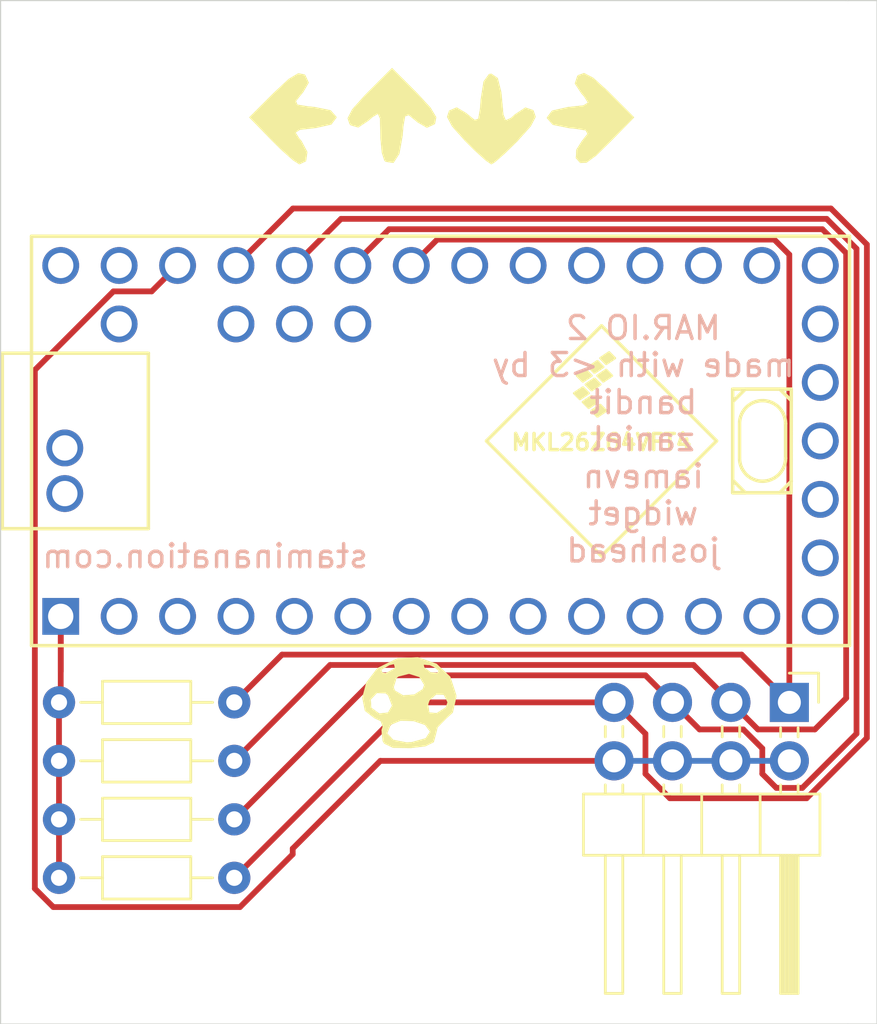
<source format=kicad_pcb>
(kicad_pcb (version 20171130) (host pcbnew "(5.1.10)-1")

  (general
    (thickness 1.6)
    (drawings 8)
    (tracks 59)
    (zones 0)
    (modules 11)
    (nets 40)
  )

  (page A4)
  (layers
    (0 F.Cu signal)
    (31 B.Cu signal)
    (32 B.Adhes user)
    (33 F.Adhes user)
    (34 B.Paste user)
    (35 F.Paste user)
    (36 B.SilkS user)
    (37 F.SilkS user)
    (38 B.Mask user)
    (39 F.Mask user)
    (40 Dwgs.User user)
    (41 Cmts.User user)
    (42 Eco1.User user)
    (43 Eco2.User user)
    (44 Edge.Cuts user)
    (45 Margin user)
    (46 B.CrtYd user)
    (47 F.CrtYd user)
    (48 B.Fab user)
    (49 F.Fab user)
  )

  (setup
    (last_trace_width 0.25)
    (trace_clearance 0.2)
    (zone_clearance 0.508)
    (zone_45_only no)
    (trace_min 0.2)
    (via_size 0.8)
    (via_drill 0.4)
    (via_min_size 0.4)
    (via_min_drill 0.3)
    (uvia_size 0.3)
    (uvia_drill 0.1)
    (uvias_allowed no)
    (uvia_min_size 0.2)
    (uvia_min_drill 0.1)
    (edge_width 0.05)
    (segment_width 0.2)
    (pcb_text_width 0.3)
    (pcb_text_size 1.5 1.5)
    (mod_edge_width 0.12)
    (mod_text_size 1 1)
    (mod_text_width 0.15)
    (pad_size 1.524 1.524)
    (pad_drill 0.762)
    (pad_to_mask_clearance 0)
    (aux_axis_origin 0 0)
    (visible_elements 7FFFFFFF)
    (pcbplotparams
      (layerselection 0x010fc_ffffffff)
      (usegerberextensions false)
      (usegerberattributes true)
      (usegerberadvancedattributes true)
      (creategerberjobfile true)
      (excludeedgelayer true)
      (linewidth 0.100000)
      (plotframeref false)
      (viasonmask false)
      (mode 1)
      (useauxorigin false)
      (hpglpennumber 1)
      (hpglpenspeed 20)
      (hpglpendiameter 15.000000)
      (psnegative false)
      (psa4output false)
      (plotreference true)
      (plotvalue true)
      (plotinvisibletext false)
      (padsonsilk false)
      (subtractmaskfromsilk false)
      (outputformat 1)
      (mirror false)
      (drillshape 0)
      (scaleselection 1)
      (outputdirectory "gerbers/"))
  )

  (net 0 "")
  (net 1 "Net-(U1-Pad17)")
  (net 2 "Net-(U1-Pad18)")
  (net 3 "Net-(U1-Pad19)")
  (net 4 "Net-(U1-Pad20)")
  (net 5 "Net-(U1-Pad16)")
  (net 6 "Net-(U1-Pad15)")
  (net 7 "Net-(U1-Pad14)")
  (net 8 "Net-(U1-Pad21)")
  (net 9 "Net-(U1-Pad22)")
  (net 10 "Net-(U1-Pad23)")
  (net 11 "Net-(U1-Pad24)")
  (net 12 "Net-(U1-Pad25)")
  (net 13 "Net-(U1-Pad26)")
  (net 14 "Net-(U1-Pad32)")
  (net 15 "Net-(U1-Pad33)")
  (net 16 "Net-(U1-Pad34)")
  (net 17 "Net-(U1-Pad35)")
  (net 18 "Net-(U1-Pad36)")
  (net 19 "Net-(U1-Pad37)")
  (net 20 "Net-(U1-Pad13)")
  (net 21 "Net-(U1-Pad12)")
  (net 22 "Net-(U1-Pad11)")
  (net 23 "Net-(U1-Pad10)")
  (net 24 "Net-(U1-Pad9)")
  (net 25 "Net-(U1-Pad8)")
  (net 26 "Net-(U1-Pad7)")
  (net 27 "Net-(U1-Pad6)")
  (net 28 "Net-(U1-Pad5)")
  (net 29 "Net-(U1-Pad4)")
  (net 30 "Net-(U1-Pad3)")
  (net 31 "Net-(U1-Pad2)")
  (net 32 "Net-(U1-Pad40)")
  (net 33 "Net-(U1-Pad39)")
  (net 34 /FSR_1)
  (net 35 /3.3v)
  (net 36 /FSR_2)
  (net 37 /FSR_3)
  (net 38 /FSR_4)
  (net 39 /GND)

  (net_class Default "This is the default net class."
    (clearance 0.2)
    (trace_width 0.25)
    (via_dia 0.8)
    (via_drill 0.4)
    (uvia_dia 0.3)
    (uvia_drill 0.1)
    (add_net /3.3v)
    (add_net /FSR_1)
    (add_net /FSR_2)
    (add_net /FSR_3)
    (add_net /FSR_4)
    (add_net /GND)
    (add_net "Net-(U1-Pad10)")
    (add_net "Net-(U1-Pad11)")
    (add_net "Net-(U1-Pad12)")
    (add_net "Net-(U1-Pad13)")
    (add_net "Net-(U1-Pad14)")
    (add_net "Net-(U1-Pad15)")
    (add_net "Net-(U1-Pad16)")
    (add_net "Net-(U1-Pad17)")
    (add_net "Net-(U1-Pad18)")
    (add_net "Net-(U1-Pad19)")
    (add_net "Net-(U1-Pad2)")
    (add_net "Net-(U1-Pad20)")
    (add_net "Net-(U1-Pad21)")
    (add_net "Net-(U1-Pad22)")
    (add_net "Net-(U1-Pad23)")
    (add_net "Net-(U1-Pad24)")
    (add_net "Net-(U1-Pad25)")
    (add_net "Net-(U1-Pad26)")
    (add_net "Net-(U1-Pad3)")
    (add_net "Net-(U1-Pad32)")
    (add_net "Net-(U1-Pad33)")
    (add_net "Net-(U1-Pad34)")
    (add_net "Net-(U1-Pad35)")
    (add_net "Net-(U1-Pad36)")
    (add_net "Net-(U1-Pad37)")
    (add_net "Net-(U1-Pad39)")
    (add_net "Net-(U1-Pad4)")
    (add_net "Net-(U1-Pad40)")
    (add_net "Net-(U1-Pad5)")
    (add_net "Net-(U1-Pad6)")
    (add_net "Net-(U1-Pad7)")
    (add_net "Net-(U1-Pad8)")
    (add_net "Net-(U1-Pad9)")
  )

  (module MountingHole:MountingHole_4.3mm_M4 (layer F.Cu) (tedit 56D1B4CB) (tstamp 60ACE121)
    (at 101.6 88.9)
    (descr "Mounting Hole 4.3mm, no annular, M4")
    (tags "mounting hole 4.3mm no annular m4")
    (attr virtual)
    (fp_text reference REF** (at 0 -5.3) (layer F.SilkS) hide
      (effects (font (size 1 1) (thickness 0.15)))
    )
    (fp_text value MountingHole_4.3mm_M4 (at 0 5.3) (layer F.Fab) hide
      (effects (font (size 1 1) (thickness 0.15)))
    )
    (fp_circle (center 0 0) (end 4.3 0) (layer Cmts.User) (width 0.15))
    (fp_circle (center 0 0) (end 4.55 0) (layer F.CrtYd) (width 0.05))
    (fp_text user %R (at 0.3 0) (layer F.Fab)
      (effects (font (size 1 1) (thickness 0.15)))
    )
    (pad 1 np_thru_hole circle (at 0 0) (size 4.3 4.3) (drill 4.3) (layers *.Cu *.Mask))
  )

  (module mario2:arrows (layer F.Cu) (tedit 0) (tstamp 60ACEB40)
    (at 102.87 55.88)
    (fp_text reference G*** (at 0 0) (layer F.SilkS) hide
      (effects (font (size 1.524 1.524) (thickness 0.3)))
    )
    (fp_text value LOGO (at 0.75 0) (layer F.SilkS) hide
      (effects (font (size 1.524 1.524) (thickness 0.3)))
    )
    (fp_poly (pts (xy -5.833943 -1.868555) (xy -5.801685 -1.839285) (xy -5.653222 -1.514246) (xy -5.896865 -1.096888)
      (xy -5.948388 -1.038777) (xy -6.208042 -0.715098) (xy -6.144933 -0.558801) (xy -5.680205 -0.483424)
      (xy -5.421686 -0.461275) (xy -4.700732 -0.314592) (xy -4.446006 -0.025) (xy -4.445 0)
      (xy -4.66912 0.29966) (xy -5.357812 0.455632) (xy -5.421686 0.461274) (xy -6.035985 0.530144)
      (xy -6.224031 0.651088) (xy -6.066679 0.906275) (xy -5.968304 1.016769) (xy -5.713082 1.497306)
      (xy -5.771144 1.895098) (xy -6.059442 2.032) (xy -6.326016 1.864171) (xy -6.81682 1.431274)
      (xy -7.24306 1.011843) (xy -8.239215 -0.008314) (xy -7.172091 -1.07544) (xy -6.525634 -1.674053)
      (xy -6.108313 -1.922412) (xy -5.833943 -1.868555)) (layer F.SilkS) (width 0.01))
    (fp_poly (pts (xy -0.960718 -1.080248) (xy -0.36048 -0.432361) (xy -0.110372 -0.014023) (xy -0.162371 0.260718)
      (xy -0.192716 0.294315) (xy -0.517622 0.442656) (xy -0.935015 0.199188) (xy -0.994171 0.146755)
      (xy -1.306881 -0.105121) (xy -1.464069 -0.054971) (xy -1.539906 0.378628) (xy -1.571672 0.780716)
      (xy -1.713479 1.573869) (xy -1.971515 1.970417) (xy -2.308475 1.919256) (xy -2.365375 1.867958)
      (xy -2.476657 1.522824) (xy -2.536634 0.881517) (xy -2.54 0.680299) (xy -2.553887 0.044986)
      (xy -2.644792 -0.161075) (xy -2.886589 -0.016622) (xy -3.054002 0.132431) (xy -3.49865 0.43077)
      (xy -3.825018 0.337569) (xy -3.871285 0.294315) (xy -3.963802 0.033489) (xy -3.7613 -0.358251)
      (xy -3.215756 -0.966854) (xy -3.103283 -1.080248) (xy -2.032 -2.151529) (xy -0.960718 -1.080248)) (layer F.SilkS) (width 0.01))
    (fp_poly (pts (xy 2.563054 -1.713332) (xy 2.718191 -1.099232) (xy 2.746328 -0.800458) (xy 2.808523 -0.127907)
      (xy 2.912199 0.11934) (xy 3.129589 0.023047) (xy 3.323829 -0.146756) (xy 3.764809 -0.435228)
      (xy 4.093608 -0.324896) (xy 4.12118 -0.29842) (xy 4.212846 -0.029159) (xy 3.998502 0.378713)
      (xy 3.431867 1.013062) (xy 3.42863 1.016378) (xy 2.860377 1.572885) (xy 2.436092 1.941784)
      (xy 2.286 2.032) (xy 2.040076 1.86483) (xy 1.56423 1.433652) (xy 1.143369 1.016378)
      (xy 0.575133 0.380875) (xy 0.359385 -0.027776) (xy 0.449844 -0.297442) (xy 0.450819 -0.29842)
      (xy 0.777462 -0.440883) (xy 1.202871 -0.187093) (xy 1.24817 -0.146756) (xy 1.558907 0.103655)
      (xy 1.716197 0.055502) (xy 1.792272 -0.372978) (xy 1.825671 -0.800458) (xy 1.946605 -1.563748)
      (xy 2.18155 -1.885639) (xy 2.286 -1.905) (xy 2.563054 -1.713332)) (layer F.SilkS) (width 0.01))
    (fp_poly (pts (xy 6.708632 -1.729378) (xy 7.317418 -1.183262) (xy 7.42609 -1.07544) (xy 8.493215 -0.008314)
      (xy 7.497059 1.011843) (xy 6.836084 1.657739) (xy 6.416024 1.962597) (xy 6.146506 1.970498)
      (xy 5.959108 1.761994) (xy 5.982671 1.391897) (xy 6.222303 1.016769) (xy 6.464457 0.707451)
      (xy 6.384594 0.556135) (xy 5.901857 0.480652) (xy 5.675685 0.461274) (xy 4.954731 0.314591)
      (xy 4.700005 0.024999) (xy 4.699 0) (xy 4.923119 -0.299661) (xy 5.611811 -0.455633)
      (xy 5.675685 -0.461275) (xy 6.29221 -0.528887) (xy 6.48076 -0.648522) (xy 6.320196 -0.906645)
      (xy 6.202387 -1.038777) (xy 5.914186 -1.476245) (xy 6.021411 -1.803264) (xy 6.055684 -1.839285)
      (xy 6.316782 -1.93204) (xy 6.708632 -1.729378)) (layer F.SilkS) (width 0.01))
  )

  (module MountingHole:MountingHole_4.3mm_M4 (layer F.Cu) (tedit 56D1B4CB) (tstamp 60ACE7A0)
    (at 115.57 55.88)
    (descr "Mounting Hole 4.3mm, no annular, M4")
    (tags "mounting hole 4.3mm no annular m4")
    (attr virtual)
    (fp_text reference REF** (at 0 -5.3) (layer F.SilkS) hide
      (effects (font (size 1 1) (thickness 0.15)))
    )
    (fp_text value MountingHole_4.3mm_M4 (at 0 5.3) (layer F.Fab) hide
      (effects (font (size 1 1) (thickness 0.15)))
    )
    (fp_circle (center 0 0) (end 4.3 0) (layer Cmts.User) (width 0.15))
    (fp_circle (center 0 0) (end 4.55 0) (layer F.CrtYd) (width 0.05))
    (fp_text user %R (at 0.3 0) (layer F.Fab)
      (effects (font (size 1 1) (thickness 0.15)))
    )
    (pad 1 np_thru_hole circle (at 0 0) (size 4.3 4.3) (drill 4.3) (layers *.Cu *.Mask))
  )

  (module MountingHole:MountingHole_4.3mm_M4 (layer F.Cu) (tedit 56D1B4CB) (tstamp 60ACE758)
    (at 90.17 55.88)
    (descr "Mounting Hole 4.3mm, no annular, M4")
    (tags "mounting hole 4.3mm no annular m4")
    (attr virtual)
    (fp_text reference REF** (at 0 -5.3) (layer F.SilkS) hide
      (effects (font (size 1 1) (thickness 0.15)))
    )
    (fp_text value MountingHole_4.3mm_M4 (at 0 5.3) (layer F.Fab) hide
      (effects (font (size 1 1) (thickness 0.15)))
    )
    (fp_circle (center 0 0) (end 4.3 0) (layer Cmts.User) (width 0.15))
    (fp_circle (center 0 0) (end 4.55 0) (layer F.CrtYd) (width 0.05))
    (fp_text user %R (at 0.3 0) (layer F.Fab)
      (effects (font (size 1 1) (thickness 0.15)))
    )
    (pad 1 np_thru_hole circle (at 0 0) (size 4.3 4.3) (drill 4.3) (layers *.Cu *.Mask))
  )

  (module mario2:mushroom (layer F.Cu) (tedit 0) (tstamp 60ACD79C)
    (at 101.6 81.28)
    (fp_text reference G*** (at 0 0) (layer F.SilkS) hide
      (effects (font (size 1.524 1.524) (thickness 0.3)))
    )
    (fp_text value LOGO (at 0.75 0) (layer F.SilkS) hide
      (effects (font (size 1.524 1.524) (thickness 0.3)))
    )
    (fp_poly (pts (xy 1.175196 -1.671988) (xy 1.770644 -1.110356) (xy 2.029505 -0.319737) (xy 2.032 -0.22738)
      (xy 1.878599 0.444606) (xy 1.5875 0.706684) (xy 1.218217 1.084265) (xy 1.143 1.397)
      (xy 1.050106 1.731315) (xy 0.686636 1.906808) (xy 0.061176 1.983218) (xy -0.71475 1.97478)
      (xy -1.104801 1.788335) (xy -1.167832 1.677881) (xy -1.203484 1.344542) (xy -0.972167 1.344542)
      (xy -0.710325 1.626079) (xy -0.131597 1.739309) (xy 0.087337 1.728815) (xy 0.702319 1.557534)
      (xy 0.889 1.27) (xy 0.674207 0.980962) (xy 0.173405 0.810973) (xy -0.398041 0.797298)
      (xy -0.821612 0.974011) (xy -0.972167 1.344542) (xy -1.203484 1.344542) (xy -1.218443 1.20469)
      (xy -1.168365 1.05704) (xy -1.251728 0.815934) (xy -1.526857 0.687656) (xy -1.940981 0.364628)
      (xy -2.037704 -0.120416) (xy -1.688473 -0.120416) (xy -1.664679 0.231868) (xy -1.316124 0.483618)
      (xy -0.9346 0.441465) (xy -0.762 0.14199) (xy -0.783225 0.086566) (xy 0.805911 0.086566)
      (xy 0.858344 0.44065) (xy 1.183433 0.464088) (xy 1.574595 0.217414) (xy 1.651 -0.003479)
      (xy 1.492447 -0.326995) (xy 1.158907 -0.345518) (xy 0.863559 -0.081762) (xy 0.805911 0.086566)
      (xy -0.783225 0.086566) (xy -0.931232 -0.299908) (xy -1.038132 -0.394679) (xy -1.418532 -0.406145)
      (xy -1.688473 -0.120416) (xy -2.037704 -0.120416) (xy -2.054293 -0.203604) (xy -1.932456 -0.6595)
      (xy -0.691065 -0.6595) (xy -0.639702 -0.515607) (xy -0.28059 -0.30591) (xy 0.204721 -0.3401)
      (xy 0.571872 -0.571612) (xy 0.635 -0.758522) (xy 0.430638 -1.10128) (xy -0.023204 -1.243629)
      (xy -0.487664 -1.125102) (xy -0.563649 -1.061952) (xy -0.691065 -0.6595) (xy -1.932456 -0.6595)
      (xy -1.878423 -0.861683) (xy -1.4543 -1.415949) (xy -1.23333 -1.415949) (xy -1.173438 -1.283412)
      (xy -1.030991 -1.27) (xy -0.686562 -1.454476) (xy -0.636799 -1.521091) (xy -0.670102 -1.638668)
      (xy 0.613609 -1.638668) (xy 0.636798 -1.521091) (xy 0.908467 -1.310534) (xy 1.199602 -1.275199)
      (xy 1.27 -1.369825) (xy 1.070761 -1.532955) (xy 0.875807 -1.620916) (xy 0.613609 -1.638668)
      (xy -0.670102 -1.638668) (xy -0.677682 -1.665428) (xy -0.875808 -1.620916) (xy -1.23333 -1.415949)
      (xy -1.4543 -1.415949) (xy -1.424991 -1.454251) (xy -1.362746 -1.505565) (xy -0.51829 -1.917332)
      (xy 0.369955 -1.956893) (xy 1.175196 -1.671988)) (layer F.SilkS) (width 0.01))
  )

  (module "pin headers:PinHeader_2x04_P2.54mm_Horizontal" (layer F.Cu) (tedit 59FED5CB) (tstamp 60ACCB82)
    (at 118.11 81.28 270)
    (descr "Through hole angled pin header, 2x04, 2.54mm pitch, 6mm pin length, double rows")
    (tags "Through hole angled pin header THT 2x04 2.54mm double row")
    (path /60A18024)
    (fp_text reference J2 (at 5.655 -2.27 90) (layer F.SilkS) hide
      (effects (font (size 1 1) (thickness 0.15)))
    )
    (fp_text value FSRs (at 1.27 10.16 90) (layer F.SilkS) hide
      (effects (font (size 1 1) (thickness 0.15)))
    )
    (fp_line (start 13.1 -1.8) (end -1.8 -1.8) (layer F.CrtYd) (width 0.05))
    (fp_line (start 13.1 9.4) (end 13.1 -1.8) (layer F.CrtYd) (width 0.05))
    (fp_line (start -1.8 9.4) (end 13.1 9.4) (layer F.CrtYd) (width 0.05))
    (fp_line (start -1.8 -1.8) (end -1.8 9.4) (layer F.CrtYd) (width 0.05))
    (fp_line (start -1.27 -1.27) (end 0 -1.27) (layer F.SilkS) (width 0.12))
    (fp_line (start -1.27 0) (end -1.27 -1.27) (layer F.SilkS) (width 0.12))
    (fp_line (start 1.042929 8) (end 1.497071 8) (layer F.SilkS) (width 0.12))
    (fp_line (start 1.042929 7.24) (end 1.497071 7.24) (layer F.SilkS) (width 0.12))
    (fp_line (start 3.582929 8) (end 3.98 8) (layer F.SilkS) (width 0.12))
    (fp_line (start 3.582929 7.24) (end 3.98 7.24) (layer F.SilkS) (width 0.12))
    (fp_line (start 12.64 8) (end 6.64 8) (layer F.SilkS) (width 0.12))
    (fp_line (start 12.64 7.24) (end 12.64 8) (layer F.SilkS) (width 0.12))
    (fp_line (start 6.64 7.24) (end 12.64 7.24) (layer F.SilkS) (width 0.12))
    (fp_line (start 3.98 6.35) (end 6.64 6.35) (layer F.SilkS) (width 0.12))
    (fp_line (start 1.042929 5.46) (end 1.497071 5.46) (layer F.SilkS) (width 0.12))
    (fp_line (start 1.042929 4.7) (end 1.497071 4.7) (layer F.SilkS) (width 0.12))
    (fp_line (start 3.582929 5.46) (end 3.98 5.46) (layer F.SilkS) (width 0.12))
    (fp_line (start 3.582929 4.7) (end 3.98 4.7) (layer F.SilkS) (width 0.12))
    (fp_line (start 12.64 5.46) (end 6.64 5.46) (layer F.SilkS) (width 0.12))
    (fp_line (start 12.64 4.7) (end 12.64 5.46) (layer F.SilkS) (width 0.12))
    (fp_line (start 6.64 4.7) (end 12.64 4.7) (layer F.SilkS) (width 0.12))
    (fp_line (start 3.98 3.81) (end 6.64 3.81) (layer F.SilkS) (width 0.12))
    (fp_line (start 1.042929 2.92) (end 1.497071 2.92) (layer F.SilkS) (width 0.12))
    (fp_line (start 1.042929 2.16) (end 1.497071 2.16) (layer F.SilkS) (width 0.12))
    (fp_line (start 3.582929 2.92) (end 3.98 2.92) (layer F.SilkS) (width 0.12))
    (fp_line (start 3.582929 2.16) (end 3.98 2.16) (layer F.SilkS) (width 0.12))
    (fp_line (start 12.64 2.92) (end 6.64 2.92) (layer F.SilkS) (width 0.12))
    (fp_line (start 12.64 2.16) (end 12.64 2.92) (layer F.SilkS) (width 0.12))
    (fp_line (start 6.64 2.16) (end 12.64 2.16) (layer F.SilkS) (width 0.12))
    (fp_line (start 3.98 1.27) (end 6.64 1.27) (layer F.SilkS) (width 0.12))
    (fp_line (start 1.11 0.38) (end 1.497071 0.38) (layer F.SilkS) (width 0.12))
    (fp_line (start 1.11 -0.38) (end 1.497071 -0.38) (layer F.SilkS) (width 0.12))
    (fp_line (start 3.582929 0.38) (end 3.98 0.38) (layer F.SilkS) (width 0.12))
    (fp_line (start 3.582929 -0.38) (end 3.98 -0.38) (layer F.SilkS) (width 0.12))
    (fp_line (start 6.64 0.28) (end 12.64 0.28) (layer F.SilkS) (width 0.12))
    (fp_line (start 6.64 0.16) (end 12.64 0.16) (layer F.SilkS) (width 0.12))
    (fp_line (start 6.64 0.04) (end 12.64 0.04) (layer F.SilkS) (width 0.12))
    (fp_line (start 6.64 -0.08) (end 12.64 -0.08) (layer F.SilkS) (width 0.12))
    (fp_line (start 6.64 -0.2) (end 12.64 -0.2) (layer F.SilkS) (width 0.12))
    (fp_line (start 6.64 -0.32) (end 12.64 -0.32) (layer F.SilkS) (width 0.12))
    (fp_line (start 12.64 0.38) (end 6.64 0.38) (layer F.SilkS) (width 0.12))
    (fp_line (start 12.64 -0.38) (end 12.64 0.38) (layer F.SilkS) (width 0.12))
    (fp_line (start 6.64 -0.38) (end 12.64 -0.38) (layer F.SilkS) (width 0.12))
    (fp_line (start 6.64 -1.33) (end 3.98 -1.33) (layer F.SilkS) (width 0.12))
    (fp_line (start 6.64 8.95) (end 6.64 -1.33) (layer F.SilkS) (width 0.12))
    (fp_line (start 3.98 8.95) (end 6.64 8.95) (layer F.SilkS) (width 0.12))
    (fp_line (start 3.98 -1.33) (end 3.98 8.95) (layer F.SilkS) (width 0.12))
    (fp_line (start 6.58 7.94) (end 12.58 7.94) (layer F.Fab) (width 0.1))
    (fp_line (start 12.58 7.3) (end 12.58 7.94) (layer F.Fab) (width 0.1))
    (fp_line (start 6.58 7.3) (end 12.58 7.3) (layer F.Fab) (width 0.1))
    (fp_line (start -0.32 7.94) (end 4.04 7.94) (layer F.Fab) (width 0.1))
    (fp_line (start -0.32 7.3) (end -0.32 7.94) (layer F.Fab) (width 0.1))
    (fp_line (start -0.32 7.3) (end 4.04 7.3) (layer F.Fab) (width 0.1))
    (fp_line (start 6.58 5.4) (end 12.58 5.4) (layer F.Fab) (width 0.1))
    (fp_line (start 12.58 4.76) (end 12.58 5.4) (layer F.Fab) (width 0.1))
    (fp_line (start 6.58 4.76) (end 12.58 4.76) (layer F.Fab) (width 0.1))
    (fp_line (start -0.32 5.4) (end 4.04 5.4) (layer F.Fab) (width 0.1))
    (fp_line (start -0.32 4.76) (end -0.32 5.4) (layer F.Fab) (width 0.1))
    (fp_line (start -0.32 4.76) (end 4.04 4.76) (layer F.Fab) (width 0.1))
    (fp_line (start 6.58 2.86) (end 12.58 2.86) (layer F.Fab) (width 0.1))
    (fp_line (start 12.58 2.22) (end 12.58 2.86) (layer F.Fab) (width 0.1))
    (fp_line (start 6.58 2.22) (end 12.58 2.22) (layer F.Fab) (width 0.1))
    (fp_line (start -0.32 2.86) (end 4.04 2.86) (layer F.Fab) (width 0.1))
    (fp_line (start -0.32 2.22) (end -0.32 2.86) (layer F.Fab) (width 0.1))
    (fp_line (start -0.32 2.22) (end 4.04 2.22) (layer F.Fab) (width 0.1))
    (fp_line (start 6.58 0.32) (end 12.58 0.32) (layer F.Fab) (width 0.1))
    (fp_line (start 12.58 -0.32) (end 12.58 0.32) (layer F.Fab) (width 0.1))
    (fp_line (start 6.58 -0.32) (end 12.58 -0.32) (layer F.Fab) (width 0.1))
    (fp_line (start -0.32 0.32) (end 4.04 0.32) (layer F.Fab) (width 0.1))
    (fp_line (start -0.32 -0.32) (end -0.32 0.32) (layer F.Fab) (width 0.1))
    (fp_line (start -0.32 -0.32) (end 4.04 -0.32) (layer F.Fab) (width 0.1))
    (fp_line (start 4.04 -0.635) (end 4.675 -1.27) (layer F.Fab) (width 0.1))
    (fp_line (start 4.04 8.89) (end 4.04 -0.635) (layer F.Fab) (width 0.1))
    (fp_line (start 6.58 8.89) (end 4.04 8.89) (layer F.Fab) (width 0.1))
    (fp_line (start 6.58 -1.27) (end 6.58 8.89) (layer F.Fab) (width 0.1))
    (fp_line (start 4.675 -1.27) (end 6.58 -1.27) (layer F.Fab) (width 0.1))
    (fp_text user %R (at 5.31 3.81) (layer F.Fab)
      (effects (font (size 1 1) (thickness 0.15)))
    )
    (pad 1 thru_hole rect (at 0 0 270) (size 1.7 1.7) (drill 1) (layers *.Cu *.Mask)
      (net 38 /FSR_4))
    (pad 2 thru_hole oval (at 2.54 0 270) (size 1.7 1.7) (drill 1) (layers *.Cu *.Mask)
      (net 35 /3.3v))
    (pad 3 thru_hole oval (at 0 2.54 270) (size 1.7 1.7) (drill 1) (layers *.Cu *.Mask)
      (net 37 /FSR_3))
    (pad 4 thru_hole oval (at 2.54 2.54 270) (size 1.7 1.7) (drill 1) (layers *.Cu *.Mask)
      (net 35 /3.3v))
    (pad 5 thru_hole oval (at 0 5.08 270) (size 1.7 1.7) (drill 1) (layers *.Cu *.Mask)
      (net 36 /FSR_2))
    (pad 6 thru_hole oval (at 2.54 5.08 270) (size 1.7 1.7) (drill 1) (layers *.Cu *.Mask)
      (net 35 /3.3v))
    (pad 7 thru_hole oval (at 0 7.62 270) (size 1.7 1.7) (drill 1) (layers *.Cu *.Mask)
      (net 34 /FSR_1))
    (pad 8 thru_hole oval (at 2.54 7.62 270) (size 1.7 1.7) (drill 1) (layers *.Cu *.Mask)
      (net 35 /3.3v))
    (model ${KISYS3DMOD}/Connector_PinHeader_2.54mm.3dshapes/PinHeader_2x04_P2.54mm_Horizontal.wrl
      (at (xyz 0 0 0))
      (scale (xyz 1 1 1))
      (rotate (xyz 0 0 0))
    )
  )

  (module Resistor_THT:R_Axial_DIN0204_L3.6mm_D1.6mm_P7.62mm_Horizontal (layer F.Cu) (tedit 5AE5139B) (tstamp 60ACCB99)
    (at 93.98 81.28 180)
    (descr "Resistor, Axial_DIN0204 series, Axial, Horizontal, pin pitch=7.62mm, 0.167W, length*diameter=3.6*1.6mm^2, http://cdn-reichelt.de/documents/datenblatt/B400/1_4W%23YAG.pdf")
    (tags "Resistor Axial_DIN0204 series Axial Horizontal pin pitch 7.62mm 0.167W length 3.6mm diameter 1.6mm")
    (path /60ACA61E)
    (fp_text reference R1 (at 3.81 -1.92) (layer F.SilkS) hide
      (effects (font (size 1 1) (thickness 0.15)))
    )
    (fp_text value R (at 3.81 1.92) (layer F.Fab) hide
      (effects (font (size 1 1) (thickness 0.15)))
    )
    (fp_line (start 8.57 -1.05) (end -0.95 -1.05) (layer F.CrtYd) (width 0.05))
    (fp_line (start 8.57 1.05) (end 8.57 -1.05) (layer F.CrtYd) (width 0.05))
    (fp_line (start -0.95 1.05) (end 8.57 1.05) (layer F.CrtYd) (width 0.05))
    (fp_line (start -0.95 -1.05) (end -0.95 1.05) (layer F.CrtYd) (width 0.05))
    (fp_line (start 6.68 0) (end 5.73 0) (layer F.SilkS) (width 0.12))
    (fp_line (start 0.94 0) (end 1.89 0) (layer F.SilkS) (width 0.12))
    (fp_line (start 5.73 -0.92) (end 1.89 -0.92) (layer F.SilkS) (width 0.12))
    (fp_line (start 5.73 0.92) (end 5.73 -0.92) (layer F.SilkS) (width 0.12))
    (fp_line (start 1.89 0.92) (end 5.73 0.92) (layer F.SilkS) (width 0.12))
    (fp_line (start 1.89 -0.92) (end 1.89 0.92) (layer F.SilkS) (width 0.12))
    (fp_line (start 7.62 0) (end 5.61 0) (layer F.Fab) (width 0.1))
    (fp_line (start 0 0) (end 2.01 0) (layer F.Fab) (width 0.1))
    (fp_line (start 5.61 -0.8) (end 2.01 -0.8) (layer F.Fab) (width 0.1))
    (fp_line (start 5.61 0.8) (end 5.61 -0.8) (layer F.Fab) (width 0.1))
    (fp_line (start 2.01 0.8) (end 5.61 0.8) (layer F.Fab) (width 0.1))
    (fp_line (start 2.01 -0.8) (end 2.01 0.8) (layer F.Fab) (width 0.1))
    (fp_text user %R (at 3.81 0) (layer F.Fab)
      (effects (font (size 0.72 0.72) (thickness 0.108)))
    )
    (pad 1 thru_hole circle (at 0 0 180) (size 1.4 1.4) (drill 0.7) (layers *.Cu *.Mask)
      (net 38 /FSR_4))
    (pad 2 thru_hole oval (at 7.62 0 180) (size 1.4 1.4) (drill 0.7) (layers *.Cu *.Mask)
      (net 39 /GND))
    (model ${KISYS3DMOD}/Resistor_THT.3dshapes/R_Axial_DIN0204_L3.6mm_D1.6mm_P7.62mm_Horizontal.wrl
      (at (xyz 0 0 0))
      (scale (xyz 1 1 1))
      (rotate (xyz 0 0 0))
    )
  )

  (module Resistor_THT:R_Axial_DIN0204_L3.6mm_D1.6mm_P7.62mm_Horizontal (layer F.Cu) (tedit 5AE5139B) (tstamp 60ACCBB0)
    (at 93.98 83.82 180)
    (descr "Resistor, Axial_DIN0204 series, Axial, Horizontal, pin pitch=7.62mm, 0.167W, length*diameter=3.6*1.6mm^2, http://cdn-reichelt.de/documents/datenblatt/B400/1_4W%23YAG.pdf")
    (tags "Resistor Axial_DIN0204 series Axial Horizontal pin pitch 7.62mm 0.167W length 3.6mm diameter 1.6mm")
    (path /60ACBB8A)
    (fp_text reference R2 (at 3.81 -1.92) (layer F.SilkS) hide
      (effects (font (size 1 1) (thickness 0.15)))
    )
    (fp_text value R (at 3.81 1.92) (layer F.Fab) hide
      (effects (font (size 1 1) (thickness 0.15)))
    )
    (fp_line (start 2.01 -0.8) (end 2.01 0.8) (layer F.Fab) (width 0.1))
    (fp_line (start 2.01 0.8) (end 5.61 0.8) (layer F.Fab) (width 0.1))
    (fp_line (start 5.61 0.8) (end 5.61 -0.8) (layer F.Fab) (width 0.1))
    (fp_line (start 5.61 -0.8) (end 2.01 -0.8) (layer F.Fab) (width 0.1))
    (fp_line (start 0 0) (end 2.01 0) (layer F.Fab) (width 0.1))
    (fp_line (start 7.62 0) (end 5.61 0) (layer F.Fab) (width 0.1))
    (fp_line (start 1.89 -0.92) (end 1.89 0.92) (layer F.SilkS) (width 0.12))
    (fp_line (start 1.89 0.92) (end 5.73 0.92) (layer F.SilkS) (width 0.12))
    (fp_line (start 5.73 0.92) (end 5.73 -0.92) (layer F.SilkS) (width 0.12))
    (fp_line (start 5.73 -0.92) (end 1.89 -0.92) (layer F.SilkS) (width 0.12))
    (fp_line (start 0.94 0) (end 1.89 0) (layer F.SilkS) (width 0.12))
    (fp_line (start 6.68 0) (end 5.73 0) (layer F.SilkS) (width 0.12))
    (fp_line (start -0.95 -1.05) (end -0.95 1.05) (layer F.CrtYd) (width 0.05))
    (fp_line (start -0.95 1.05) (end 8.57 1.05) (layer F.CrtYd) (width 0.05))
    (fp_line (start 8.57 1.05) (end 8.57 -1.05) (layer F.CrtYd) (width 0.05))
    (fp_line (start 8.57 -1.05) (end -0.95 -1.05) (layer F.CrtYd) (width 0.05))
    (fp_text user %R (at 3.81 0) (layer F.Fab)
      (effects (font (size 0.72 0.72) (thickness 0.108)))
    )
    (pad 2 thru_hole oval (at 7.62 0 180) (size 1.4 1.4) (drill 0.7) (layers *.Cu *.Mask)
      (net 39 /GND))
    (pad 1 thru_hole circle (at 0 0 180) (size 1.4 1.4) (drill 0.7) (layers *.Cu *.Mask)
      (net 37 /FSR_3))
    (model ${KISYS3DMOD}/Resistor_THT.3dshapes/R_Axial_DIN0204_L3.6mm_D1.6mm_P7.62mm_Horizontal.wrl
      (at (xyz 0 0 0))
      (scale (xyz 1 1 1))
      (rotate (xyz 0 0 0))
    )
  )

  (module Resistor_THT:R_Axial_DIN0204_L3.6mm_D1.6mm_P7.62mm_Horizontal (layer F.Cu) (tedit 5AE5139B) (tstamp 60ACCBC7)
    (at 93.98 86.36 180)
    (descr "Resistor, Axial_DIN0204 series, Axial, Horizontal, pin pitch=7.62mm, 0.167W, length*diameter=3.6*1.6mm^2, http://cdn-reichelt.de/documents/datenblatt/B400/1_4W%23YAG.pdf")
    (tags "Resistor Axial_DIN0204 series Axial Horizontal pin pitch 7.62mm 0.167W length 3.6mm diameter 1.6mm")
    (path /60ACC576)
    (fp_text reference R3 (at 3.81 -1.92) (layer F.SilkS) hide
      (effects (font (size 1 1) (thickness 0.15)))
    )
    (fp_text value R (at 3.81 1.92) (layer F.Fab) hide
      (effects (font (size 1 1) (thickness 0.15)))
    )
    (fp_line (start 8.57 -1.05) (end -0.95 -1.05) (layer F.CrtYd) (width 0.05))
    (fp_line (start 8.57 1.05) (end 8.57 -1.05) (layer F.CrtYd) (width 0.05))
    (fp_line (start -0.95 1.05) (end 8.57 1.05) (layer F.CrtYd) (width 0.05))
    (fp_line (start -0.95 -1.05) (end -0.95 1.05) (layer F.CrtYd) (width 0.05))
    (fp_line (start 6.68 0) (end 5.73 0) (layer F.SilkS) (width 0.12))
    (fp_line (start 0.94 0) (end 1.89 0) (layer F.SilkS) (width 0.12))
    (fp_line (start 5.73 -0.92) (end 1.89 -0.92) (layer F.SilkS) (width 0.12))
    (fp_line (start 5.73 0.92) (end 5.73 -0.92) (layer F.SilkS) (width 0.12))
    (fp_line (start 1.89 0.92) (end 5.73 0.92) (layer F.SilkS) (width 0.12))
    (fp_line (start 1.89 -0.92) (end 1.89 0.92) (layer F.SilkS) (width 0.12))
    (fp_line (start 7.62 0) (end 5.61 0) (layer F.Fab) (width 0.1))
    (fp_line (start 0 0) (end 2.01 0) (layer F.Fab) (width 0.1))
    (fp_line (start 5.61 -0.8) (end 2.01 -0.8) (layer F.Fab) (width 0.1))
    (fp_line (start 5.61 0.8) (end 5.61 -0.8) (layer F.Fab) (width 0.1))
    (fp_line (start 2.01 0.8) (end 5.61 0.8) (layer F.Fab) (width 0.1))
    (fp_line (start 2.01 -0.8) (end 2.01 0.8) (layer F.Fab) (width 0.1))
    (fp_text user %R (at 3.81 0) (layer F.Fab)
      (effects (font (size 0.72 0.72) (thickness 0.108)))
    )
    (pad 1 thru_hole circle (at 0 0 180) (size 1.4 1.4) (drill 0.7) (layers *.Cu *.Mask)
      (net 36 /FSR_2))
    (pad 2 thru_hole oval (at 7.62 0 180) (size 1.4 1.4) (drill 0.7) (layers *.Cu *.Mask)
      (net 39 /GND))
    (model ${KISYS3DMOD}/Resistor_THT.3dshapes/R_Axial_DIN0204_L3.6mm_D1.6mm_P7.62mm_Horizontal.wrl
      (at (xyz 0 0 0))
      (scale (xyz 1 1 1))
      (rotate (xyz 0 0 0))
    )
  )

  (module Resistor_THT:R_Axial_DIN0204_L3.6mm_D1.6mm_P7.62mm_Horizontal (layer F.Cu) (tedit 5AE5139B) (tstamp 60ACCBDE)
    (at 93.98 88.9 180)
    (descr "Resistor, Axial_DIN0204 series, Axial, Horizontal, pin pitch=7.62mm, 0.167W, length*diameter=3.6*1.6mm^2, http://cdn-reichelt.de/documents/datenblatt/B400/1_4W%23YAG.pdf")
    (tags "Resistor Axial_DIN0204 series Axial Horizontal pin pitch 7.62mm 0.167W length 3.6mm diameter 1.6mm")
    (path /60ACCC33)
    (fp_text reference R4 (at 3.81 -1.92) (layer F.SilkS) hide
      (effects (font (size 1 1) (thickness 0.15)))
    )
    (fp_text value R (at 3.81 1.92) (layer F.Fab) hide
      (effects (font (size 1 1) (thickness 0.15)))
    )
    (fp_line (start 2.01 -0.8) (end 2.01 0.8) (layer F.Fab) (width 0.1))
    (fp_line (start 2.01 0.8) (end 5.61 0.8) (layer F.Fab) (width 0.1))
    (fp_line (start 5.61 0.8) (end 5.61 -0.8) (layer F.Fab) (width 0.1))
    (fp_line (start 5.61 -0.8) (end 2.01 -0.8) (layer F.Fab) (width 0.1))
    (fp_line (start 0 0) (end 2.01 0) (layer F.Fab) (width 0.1))
    (fp_line (start 7.62 0) (end 5.61 0) (layer F.Fab) (width 0.1))
    (fp_line (start 1.89 -0.92) (end 1.89 0.92) (layer F.SilkS) (width 0.12))
    (fp_line (start 1.89 0.92) (end 5.73 0.92) (layer F.SilkS) (width 0.12))
    (fp_line (start 5.73 0.92) (end 5.73 -0.92) (layer F.SilkS) (width 0.12))
    (fp_line (start 5.73 -0.92) (end 1.89 -0.92) (layer F.SilkS) (width 0.12))
    (fp_line (start 0.94 0) (end 1.89 0) (layer F.SilkS) (width 0.12))
    (fp_line (start 6.68 0) (end 5.73 0) (layer F.SilkS) (width 0.12))
    (fp_line (start -0.95 -1.05) (end -0.95 1.05) (layer F.CrtYd) (width 0.05))
    (fp_line (start -0.95 1.05) (end 8.57 1.05) (layer F.CrtYd) (width 0.05))
    (fp_line (start 8.57 1.05) (end 8.57 -1.05) (layer F.CrtYd) (width 0.05))
    (fp_line (start 8.57 -1.05) (end -0.95 -1.05) (layer F.CrtYd) (width 0.05))
    (fp_text user %R (at 3.81 0) (layer F.Fab)
      (effects (font (size 0.72 0.72) (thickness 0.108)))
    )
    (pad 2 thru_hole oval (at 7.62 0 180) (size 1.4 1.4) (drill 0.7) (layers *.Cu *.Mask)
      (net 39 /GND))
    (pad 1 thru_hole circle (at 0 0 180) (size 1.4 1.4) (drill 0.7) (layers *.Cu *.Mask)
      (net 34 /FSR_1))
    (model ${KISYS3DMOD}/Resistor_THT.3dshapes/R_Axial_DIN0204_L3.6mm_D1.6mm_P7.62mm_Horizontal.wrl
      (at (xyz 0 0 0))
      (scale (xyz 1 1 1))
      (rotate (xyz 0 0 0))
    )
  )

  (module teensy:Teensy_LC (layer F.Cu) (tedit 606F6283) (tstamp 60ACCC2E)
    (at 102.945001 69.925001)
    (path /60A12EBB)
    (fp_text reference U1 (at 0 -10.16) (layer F.SilkS) hide
      (effects (font (size 1 1) (thickness 0.15)))
    )
    (fp_text value Teensy-LC (at 0 10.16) (layer F.Fab) hide
      (effects (font (size 1 1) (thickness 0.15)))
    )
    (fp_line (start 13.25 2.25) (end 12.75 1.75) (layer F.SilkS) (width 0.15))
    (fp_line (start 12.7 2.25) (end 13.25 2.25) (layer F.SilkS) (width 0.15))
    (fp_line (start 15.25 1.75) (end 14.75 2.25) (layer F.SilkS) (width 0.15))
    (fp_line (start 12.75 -1.75) (end 13.25 -2.25) (layer F.SilkS) (width 0.15))
    (fp_line (start 14.75 -2.25) (end 13.25 -2.25) (layer F.SilkS) (width 0.15))
    (fp_line (start 15.25 -1.75) (end 14.75 -2.25) (layer F.SilkS) (width 0.15))
    (fp_line (start 15 0.75) (end 15 -0.75) (layer F.SilkS) (width 0.15))
    (fp_line (start 13 -0.75) (end 13 0.75) (layer F.SilkS) (width 0.15))
    (fp_line (start 7 5) (end 12 0) (layer F.SilkS) (width 0.15))
    (fp_line (start 2 0) (end 7 5) (layer F.SilkS) (width 0.15))
    (fp_line (start 7 -5) (end 2 0) (layer F.SilkS) (width 0.15))
    (fp_line (start 12 0) (end 7 -5) (layer F.SilkS) (width 0.15))
    (fp_line (start -17.78 3.81) (end -19.05 3.81) (layer F.SilkS) (width 0.15))
    (fp_line (start -19.05 3.81) (end -19.05 -3.81) (layer F.SilkS) (width 0.15))
    (fp_line (start -19.05 -3.81) (end -17.78 -3.81) (layer F.SilkS) (width 0.15))
    (fp_line (start -12.7 3.81) (end -12.7 -3.81) (layer F.SilkS) (width 0.15))
    (fp_line (start -12.7 -3.81) (end -17.78 -3.81) (layer F.SilkS) (width 0.15))
    (fp_line (start -12.7 3.81) (end -17.78 3.81) (layer F.SilkS) (width 0.15))
    (fp_line (start 15.25 -2.25) (end 15.24 2.25) (layer F.SilkS) (width 0.15))
    (fp_line (start 15.24 2.25) (end 12.7 2.25) (layer F.SilkS) (width 0.15))
    (fp_line (start 12.7 2.25) (end 12.7 -2.25) (layer F.SilkS) (width 0.15))
    (fp_line (start 12.7 -2.25) (end 15.24 -2.25) (layer F.SilkS) (width 0.15))
    (fp_line (start -17.78 -8.89) (end 17.78 -8.89) (layer F.SilkS) (width 0.15))
    (fp_line (start 17.78 -8.89) (end 17.78 8.89) (layer F.SilkS) (width 0.15))
    (fp_line (start 17.78 8.89) (end -17.78 8.89) (layer F.SilkS) (width 0.15))
    (fp_line (start -17.78 8.89) (end -17.78 -8.89) (layer F.SilkS) (width 0.15))
    (fp_poly (pts (xy 6.187 -2.579) (xy 5.933 -2.833) (xy 6.314 -3.087) (xy 6.568 -2.833)) (layer F.SilkS) (width 0.1))
    (fp_poly (pts (xy 6.568 -2.198) (xy 6.314 -2.452) (xy 6.695 -2.706) (xy 6.949 -2.452)) (layer F.SilkS) (width 0.1))
    (fp_poly (pts (xy 7.203 -3.341) (xy 6.949 -3.595) (xy 7.33 -3.849) (xy 7.584 -3.595)) (layer F.SilkS) (width 0.1))
    (fp_poly (pts (xy 6.441 -1.436) (xy 6.187 -1.69) (xy 6.568 -1.944) (xy 6.822 -1.69)) (layer F.SilkS) (width 0.1))
    (fp_poly (pts (xy 6.695 -2.96) (xy 6.441 -3.214) (xy 6.822 -3.468) (xy 7.076 -3.214)) (layer F.SilkS) (width 0.1))
    (fp_poly (pts (xy 6.822 -1.055) (xy 6.568 -1.309) (xy 6.949 -1.563) (xy 7.203 -1.309)) (layer F.SilkS) (width 0.1))
    (fp_poly (pts (xy 6.06 -1.817) (xy 5.806 -2.071) (xy 6.187 -2.325) (xy 6.441 -2.071)) (layer F.SilkS) (width 0.1))
    (fp_poly (pts (xy 7.076 -2.579) (xy 6.822 -2.833) (xy 7.203 -3.087) (xy 7.457 -2.833)) (layer F.SilkS) (width 0.1))
    (fp_text user MKL26Z64VFT4 (at 7 0.06) (layer F.SilkS)
      (effects (font (size 0.7 0.7) (thickness 0.15)))
    )
    (fp_arc (start 14 -0.75) (end 15 -0.75) (angle -180) (layer F.SilkS) (width 0.15))
    (fp_arc (start 14 0.75) (end 13 0.75) (angle -180) (layer F.SilkS) (width 0.15))
    (pad 17 thru_hole circle (at 16.51 0) (size 1.6 1.6) (drill 1.1) (layers *.Cu *.Mask)
      (net 1 "Net-(U1-Pad17)"))
    (pad 18 thru_hole circle (at 16.51 -2.54) (size 1.6 1.6) (drill 1.1) (layers *.Cu *.Mask)
      (net 2 "Net-(U1-Pad18)"))
    (pad 19 thru_hole circle (at 16.51 -5.08) (size 1.6 1.6) (drill 1.1) (layers *.Cu *.Mask)
      (net 3 "Net-(U1-Pad19)"))
    (pad 20 thru_hole circle (at 16.51 -7.62) (size 1.6 1.6) (drill 1.1) (layers *.Cu *.Mask)
      (net 4 "Net-(U1-Pad20)"))
    (pad 16 thru_hole circle (at 16.51 2.54) (size 1.6 1.6) (drill 1.1) (layers *.Cu *.Mask)
      (net 5 "Net-(U1-Pad16)"))
    (pad 15 thru_hole circle (at 16.51 5.08) (size 1.6 1.6) (drill 1.1) (layers *.Cu *.Mask)
      (net 6 "Net-(U1-Pad15)"))
    (pad 14 thru_hole circle (at 16.51 7.62) (size 1.6 1.6) (drill 1.1) (layers *.Cu *.Mask)
      (net 7 "Net-(U1-Pad14)"))
    (pad 21 thru_hole circle (at 13.97 -7.62) (size 1.6 1.6) (drill 1.1) (layers *.Cu *.Mask)
      (net 8 "Net-(U1-Pad21)"))
    (pad 22 thru_hole circle (at 11.43 -7.62) (size 1.6 1.6) (drill 1.1) (layers *.Cu *.Mask)
      (net 9 "Net-(U1-Pad22)"))
    (pad 23 thru_hole circle (at 8.89 -7.62) (size 1.6 1.6) (drill 1.1) (layers *.Cu *.Mask)
      (net 10 "Net-(U1-Pad23)"))
    (pad 24 thru_hole circle (at 6.35 -7.62) (size 1.6 1.6) (drill 1.1) (layers *.Cu *.Mask)
      (net 11 "Net-(U1-Pad24)"))
    (pad 25 thru_hole circle (at 3.81 -7.62) (size 1.6 1.6) (drill 1.1) (layers *.Cu *.Mask)
      (net 12 "Net-(U1-Pad25)"))
    (pad 26 thru_hole circle (at 1.27 -7.62) (size 1.6 1.6) (drill 1.1) (layers *.Cu *.Mask)
      (net 13 "Net-(U1-Pad26)"))
    (pad 27 thru_hole circle (at -1.27 -7.62) (size 1.6 1.6) (drill 1.1) (layers *.Cu *.Mask)
      (net 38 /FSR_4))
    (pad 28 thru_hole circle (at -3.81 -7.62) (size 1.6 1.6) (drill 1.1) (layers *.Cu *.Mask)
      (net 37 /FSR_3))
    (pad 29 thru_hole circle (at -6.35 -7.62) (size 1.6 1.6) (drill 1.1) (layers *.Cu *.Mask)
      (net 36 /FSR_2))
    (pad 30 thru_hole circle (at -8.89 -7.62) (size 1.6 1.6) (drill 1.1) (layers *.Cu *.Mask)
      (net 34 /FSR_1))
    (pad 31 thru_hole circle (at -11.43 -7.62) (size 1.6 1.6) (drill 1.1) (layers *.Cu *.Mask)
      (net 35 /3.3v))
    (pad 32 thru_hole circle (at -13.97 -7.62) (size 1.6 1.6) (drill 1.1) (layers *.Cu *.Mask)
      (net 14 "Net-(U1-Pad32)"))
    (pad 33 thru_hole circle (at -16.51 -7.62) (size 1.6 1.6) (drill 1.1) (layers *.Cu *.Mask)
      (net 15 "Net-(U1-Pad33)"))
    (pad 34 thru_hole circle (at -13.97 -5.08) (size 1.6 1.6) (drill 1.1) (layers *.Cu *.Mask)
      (net 16 "Net-(U1-Pad34)"))
    (pad 35 thru_hole circle (at -8.89 -5.08) (size 1.6 1.6) (drill 1.1) (layers *.Cu *.Mask)
      (net 17 "Net-(U1-Pad35)"))
    (pad 36 thru_hole circle (at -6.35 -5.08) (size 1.6 1.6) (drill 1.1) (layers *.Cu *.Mask)
      (net 18 "Net-(U1-Pad36)"))
    (pad 37 thru_hole circle (at -3.81 -5.08) (size 1.6 1.6) (drill 1.1) (layers *.Cu *.Mask)
      (net 19 "Net-(U1-Pad37)"))
    (pad 13 thru_hole circle (at 13.97 7.62) (size 1.6 1.6) (drill 1.1) (layers *.Cu *.Mask)
      (net 20 "Net-(U1-Pad13)"))
    (pad 12 thru_hole circle (at 11.43 7.62) (size 1.6 1.6) (drill 1.1) (layers *.Cu *.Mask)
      (net 21 "Net-(U1-Pad12)"))
    (pad 11 thru_hole circle (at 8.89 7.62) (size 1.6 1.6) (drill 1.1) (layers *.Cu *.Mask)
      (net 22 "Net-(U1-Pad11)"))
    (pad 10 thru_hole circle (at 6.35 7.62) (size 1.6 1.6) (drill 1.1) (layers *.Cu *.Mask)
      (net 23 "Net-(U1-Pad10)"))
    (pad 9 thru_hole circle (at 3.81 7.62) (size 1.6 1.6) (drill 1.1) (layers *.Cu *.Mask)
      (net 24 "Net-(U1-Pad9)"))
    (pad 8 thru_hole circle (at 1.27 7.62) (size 1.6 1.6) (drill 1.1) (layers *.Cu *.Mask)
      (net 25 "Net-(U1-Pad8)"))
    (pad 7 thru_hole circle (at -1.27 7.62) (size 1.6 1.6) (drill 1.1) (layers *.Cu *.Mask)
      (net 26 "Net-(U1-Pad7)"))
    (pad 6 thru_hole circle (at -3.81 7.62) (size 1.6 1.6) (drill 1.1) (layers *.Cu *.Mask)
      (net 27 "Net-(U1-Pad6)"))
    (pad 5 thru_hole circle (at -6.35 7.62) (size 1.6 1.6) (drill 1.1) (layers *.Cu *.Mask)
      (net 28 "Net-(U1-Pad5)"))
    (pad 4 thru_hole circle (at -8.89 7.62) (size 1.6 1.6) (drill 1.1) (layers *.Cu *.Mask)
      (net 29 "Net-(U1-Pad4)"))
    (pad 3 thru_hole circle (at -11.43 7.62) (size 1.6 1.6) (drill 1.1) (layers *.Cu *.Mask)
      (net 30 "Net-(U1-Pad3)"))
    (pad 2 thru_hole circle (at -13.97 7.62) (size 1.6 1.6) (drill 1.1) (layers *.Cu *.Mask)
      (net 31 "Net-(U1-Pad2)"))
    (pad 1 thru_hole rect (at -16.51 7.62) (size 1.6 1.6) (drill 1.1) (layers *.Cu *.Mask)
      (net 39 /GND))
    (pad 40 thru_hole circle (at -16.3322 0.3048) (size 1.6 1.6) (drill 1.1) (layers *.Cu *.Mask)
      (net 32 "Net-(U1-Pad40)"))
    (pad 39 thru_hole circle (at -16.3322 2.286) (size 1.6 1.6) (drill 1.1) (layers *.Cu *.Mask)
      (net 33 "Net-(U1-Pad39)"))
  )

  (gr_line (start 121.92 95.25) (end 120.65 95.25) (layer Edge.Cuts) (width 0.05) (tstamp 60ACEC1C))
  (gr_line (start 121.92 50.8) (end 121.92 95.25) (layer Edge.Cuts) (width 0.05))
  (gr_line (start 120.65 50.8) (end 121.92 50.8) (layer Edge.Cuts) (width 0.05))
  (gr_line (start 120.65 50.8) (end 83.82 50.8) (layer Edge.Cuts) (width 0.05) (tstamp 60ACE88F))
  (gr_line (start 83.82 95.25) (end 120.65 95.25) (layer Edge.Cuts) (width 0.05))
  (gr_line (start 83.82 50.8) (end 83.82 95.25) (layer Edge.Cuts) (width 0.05))
  (gr_text "staminanation.com\n" (at 92.71 74.93) (layer B.SilkS)
    (effects (font (size 1 1) (thickness 0.15)) (justify mirror))
  )
  (gr_text "MAR.IO 2\nmade with <3 by\nbandit\nzaniel\niamevn\nwidget\njoshhead" (at 111.76 69.85) (layer B.SilkS)
    (effects (font (size 1 1) (thickness 0.15)) (justify mirror))
  )

  (segment (start 101.6 81.28) (end 110.49 81.28) (width 0.25) (layer F.Cu) (net 34))
  (segment (start 93.98 88.9) (end 101.6 81.28) (width 0.25) (layer F.Cu) (net 34))
  (segment (start 96.530032 59.82997) (end 94.055001 62.305001) (width 0.25) (layer F.Cu) (net 34))
  (segment (start 119.917792 59.82997) (end 96.530032 59.82997) (width 0.25) (layer F.Cu) (net 34))
  (segment (start 121.48002 61.392198) (end 119.917792 59.82997) (width 0.25) (layer F.Cu) (net 34))
  (segment (start 121.480021 82.825391) (end 121.48002 61.392198) (width 0.25) (layer F.Cu) (net 34))
  (segment (start 118.860402 85.44501) (end 121.480021 82.825391) (width 0.25) (layer F.Cu) (net 34))
  (segment (start 112.916008 85.44501) (end 118.860402 85.44501) (width 0.25) (layer F.Cu) (net 34))
  (segment (start 111.854999 84.384001) (end 112.916008 85.44501) (width 0.25) (layer F.Cu) (net 34))
  (segment (start 111.854999 82.644999) (end 111.854999 84.384001) (width 0.25) (layer F.Cu) (net 34))
  (segment (start 110.49 81.28) (end 111.854999 82.644999) (width 0.25) (layer F.Cu) (net 34))
  (segment (start 110.49 83.82) (end 100.33 83.82) (width 0.25) (layer F.Cu) (net 35))
  (segment (start 100.33 83.82) (end 96.52 87.63) (width 0.25) (layer F.Cu) (net 35))
  (segment (start 96.52 87.877002) (end 94.227002 90.17) (width 0.25) (layer F.Cu) (net 35))
  (segment (start 96.52 87.63) (end 96.52 87.877002) (width 0.25) (layer F.Cu) (net 35))
  (segment (start 90.39 63.430002) (end 91.515001 62.305001) (width 0.25) (layer F.Cu) (net 35))
  (segment (start 85.31 66.845) (end 88.724998 63.430002) (width 0.25) (layer F.Cu) (net 35))
  (segment (start 85.31 89.367002) (end 85.31 66.845) (width 0.25) (layer F.Cu) (net 35))
  (segment (start 86.112998 90.17) (end 85.31 89.367002) (width 0.25) (layer F.Cu) (net 35))
  (segment (start 88.724998 63.430002) (end 90.39 63.430002) (width 0.25) (layer F.Cu) (net 35))
  (segment (start 94.227002 90.17) (end 86.112998 90.17) (width 0.25) (layer F.Cu) (net 35))
  (segment (start 110.49 83.82) (end 118.11 83.82) (width 0.25) (layer B.Cu) (net 35))
  (segment (start 111.854999 80.104999) (end 113.03 81.28) (width 0.25) (layer F.Cu) (net 36))
  (segment (start 100.235001 80.104999) (end 111.854999 80.104999) (width 0.25) (layer F.Cu) (net 36))
  (segment (start 93.98 86.36) (end 100.235001 80.104999) (width 0.25) (layer F.Cu) (net 36))
  (segment (start 98.620022 60.27998) (end 96.595001 62.305001) (width 0.25) (layer F.Cu) (net 36))
  (segment (start 121.030011 82.638991) (end 121.030011 61.578599) (width 0.25) (layer F.Cu) (net 36))
  (segment (start 118.674001 84.995001) (end 121.030011 82.638991) (width 0.25) (layer F.Cu) (net 36))
  (segment (start 117.545999 84.995001) (end 118.674001 84.995001) (width 0.25) (layer F.Cu) (net 36))
  (segment (start 119.731392 60.27998) (end 98.620022 60.27998) (width 0.25) (layer F.Cu) (net 36))
  (segment (start 116.934999 83.281409) (end 116.934999 84.384001) (width 0.25) (layer F.Cu) (net 36))
  (segment (start 116.934999 84.384001) (end 117.545999 84.995001) (width 0.25) (layer F.Cu) (net 36))
  (segment (start 116.108591 82.455001) (end 116.934999 83.281409) (width 0.25) (layer F.Cu) (net 36))
  (segment (start 114.205001 82.455001) (end 116.108591 82.455001) (width 0.25) (layer F.Cu) (net 36))
  (segment (start 121.030011 61.578599) (end 119.731392 60.27998) (width 0.25) (layer F.Cu) (net 36))
  (segment (start 113.03 81.28) (end 114.205001 82.455001) (width 0.25) (layer F.Cu) (net 36))
  (segment (start 113.944989 79.654989) (end 115.57 81.28) (width 0.25) (layer F.Cu) (net 37))
  (segment (start 98.145011 79.654989) (end 113.944989 79.654989) (width 0.25) (layer F.Cu) (net 37))
  (segment (start 93.98 83.82) (end 98.145011 79.654989) (width 0.25) (layer F.Cu) (net 37))
  (segment (start 100.710012 60.72999) (end 99.135001 62.305001) (width 0.25) (layer F.Cu) (net 37))
  (segment (start 120.580002 61.765) (end 119.544992 60.72999) (width 0.25) (layer F.Cu) (net 37))
  (segment (start 120.580002 81.095) (end 120.580002 61.765) (width 0.25) (layer F.Cu) (net 37))
  (segment (start 119.220001 82.455001) (end 120.580002 81.095) (width 0.25) (layer F.Cu) (net 37))
  (segment (start 116.745001 82.455001) (end 119.220001 82.455001) (width 0.25) (layer F.Cu) (net 37))
  (segment (start 119.544992 60.72999) (end 100.710012 60.72999) (width 0.25) (layer F.Cu) (net 37))
  (segment (start 115.57 81.28) (end 116.745001 82.455001) (width 0.25) (layer F.Cu) (net 37))
  (segment (start 116.03498 79.20498) (end 118.11 81.28) (width 0.25) (layer F.Cu) (net 38))
  (segment (start 96.05502 79.20498) (end 116.03498 79.20498) (width 0.25) (layer F.Cu) (net 38))
  (segment (start 93.98 81.28) (end 96.05502 79.20498) (width 0.25) (layer F.Cu) (net 38))
  (segment (start 102.800002 61.18) (end 101.675001 62.305001) (width 0.25) (layer F.Cu) (net 38))
  (segment (start 117.455002 61.18) (end 102.800002 61.18) (width 0.25) (layer F.Cu) (net 38))
  (segment (start 118.11 61.834998) (end 117.455002 61.18) (width 0.25) (layer F.Cu) (net 38))
  (segment (start 118.11 81.28) (end 118.11 61.834998) (width 0.25) (layer F.Cu) (net 38))
  (segment (start 86.435001 77.545001) (end 86.435001 79.934999) (width 0.25) (layer F.Cu) (net 39))
  (segment (start 86.36 81.28) (end 86.36 83.82) (width 0.25) (layer F.Cu) (net 39))
  (segment (start 86.36 83.82) (end 86.36 86.36) (width 0.25) (layer F.Cu) (net 39))
  (segment (start 86.36 86.36) (end 86.36 88.9) (width 0.25) (layer F.Cu) (net 39))
  (segment (start 86.435001 81.204999) (end 86.36 81.28) (width 0.25) (layer F.Cu) (net 39))
  (segment (start 86.435001 77.545001) (end 86.435001 81.204999) (width 0.25) (layer F.Cu) (net 39))

)

</source>
